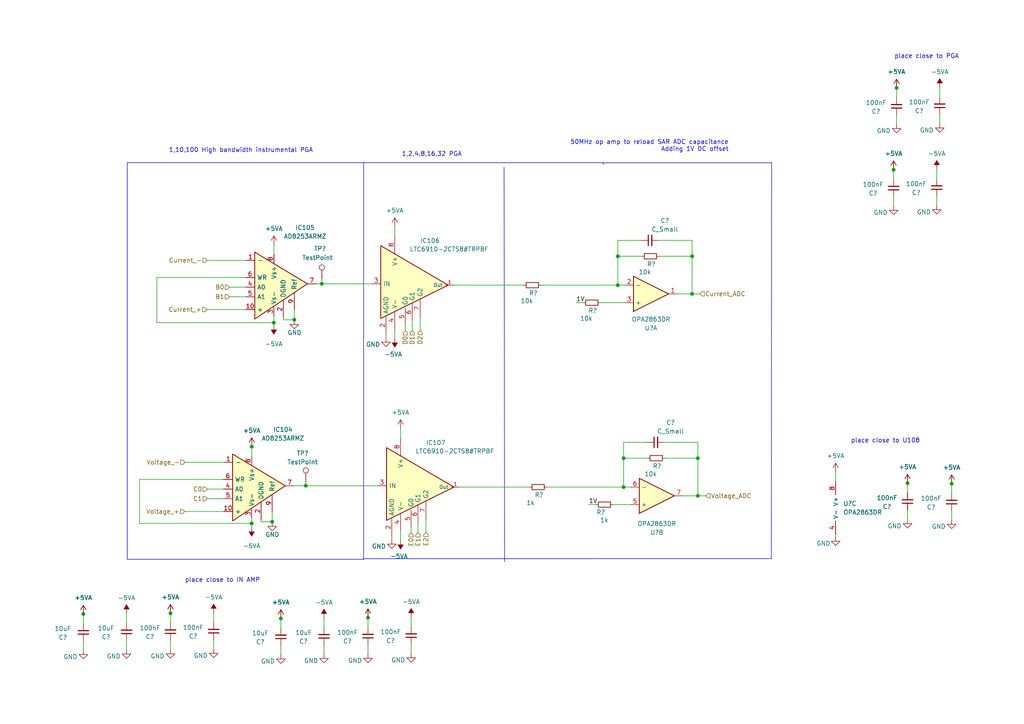
<source format=kicad_sch>
(kicad_sch (version 20230121) (generator eeschema)
  (paper "A4")
  (lib_symbols
    (symbol "Connector:TestPoint" (pin_numbers hide) (pin_names (offset 0.762) hide)
      (property "Reference" "TP" (at 0 6.858 0))
      (property "Value" "TestPoint" (at 0 5.08 0))
      (symbol "TestPoint_0_1"
        (circle (center 0 3.302) (radius 0.762))
      )
      (symbol "TestPoint_1_1"
        (pin passive line (at 0 0 90) (length 2.54) (name "1") (number "1"))
      )
    )
    (symbol "Device:C_Small" (pin_numbers hide) (pin_names (offset 0.254) hide)
      (property "Reference" "C" (at 0.254 1.778 0))
      (property "Value" "C_Small" (at 0.254 -2.032 0))
      (symbol "C_Small_0_1"
        (polyline (pts (xy -1.524 -0.508) (xy 1.524 -0.508)) (stroke (width 0.3302)))
        (polyline (pts (xy -1.524 0.508) (xy 1.524 0.508)) (stroke (width 0.3048)))
      )
      (symbol "C_Small_1_1"
        (pin passive line (at 0 2.54 270) (length 2.032) (name "~") (number "1"))
        (pin passive line (at 0 -2.54 90) (length 2.032) (name "~") (number "2"))
      )
    )
    (symbol "Device:Opamp_Dual"
      (property "Reference" "U" (at 0 5.08 0))
      (property "Value" "Opamp_Dual" (at 0 -5.08 0))
      (symbol "Opamp_Dual_1_1"
        (polyline (pts (xy -5.08 5.08) (xy 5.08 0) (xy -5.08 -5.08) (xy -5.08 5.08)) (stroke (width 0.254)) (fill (type background)))
        (pin output line (at 7.62 0 180) (length 2.54) (name "~") (number "1"))
        (pin input line (at -7.62 -2.54 0) (length 2.54) (name "-") (number "2"))
        (pin input line (at -7.62 2.54 0) (length 2.54) (name "+") (number "3"))
      )
      (symbol "Opamp_Dual_2_1"
        (polyline (pts (xy -5.08 5.08) (xy 5.08 0) (xy -5.08 -5.08) (xy -5.08 5.08)) (stroke (width 0.254)) (fill (type background)))
        (pin input line (at -7.62 2.54 0) (length 2.54) (name "+") (number "5"))
        (pin input line (at -7.62 -2.54 0) (length 2.54) (name "-") (number "6"))
        (pin output line (at 7.62 0 180) (length 2.54) (name "~") (number "7"))
      )
      (symbol "Opamp_Dual_3_1"
        (pin power_in line (at -2.54 -7.62 90) (length 3.81) (name "V-") (number "4"))
        (pin power_in line (at -2.54 7.62 270) (length 3.81) (name "V+") (number "8"))
      )
    )
    (symbol "Device:R_Small" (pin_numbers hide) (pin_names (offset 0.254) hide)
      (property "Reference" "R" (at 0.762 0.508 0))
      (property "Value" "R_Small" (at 0.762 -1.016 0))
      (symbol "R_Small_0_1"
        (rectangle (start -0.762 1.778) (end 0.762 -1.778) (stroke (width 0.2032)))
      )
      (symbol "R_Small_1_1"
        (pin passive line (at 0 2.54 270) (length 0.762) (name "~") (number "1"))
        (pin passive line (at 0 -2.54 90) (length 0.762) (name "~") (number "2"))
      )
    )
    (symbol "SamacSys_Parts:AD8253ARMZ" (pin_names (offset 0.762))
      (property "Reference" "IC6" (at 13.97 7.4422 0))
      (property "Value" "AD8253ARMZ" (at 13.97 4.9022 0))
      (symbol "AD8253ARMZ_0_1"
        (polyline (pts (xy 2.6416 2.2606) (xy 2.667 -17.0942) (xy 17.907 -6.9088) (xy 2.6416 2.286)) (stroke (width 0.254)) (fill (type background)))
      )
      (symbol "AD8253ARMZ_1_1"
        (pin input line (at 0.127 -0.1016 0) (length 2.54) (name "-") (number "1"))
        (pin input line (at 0.0254 -14.3764 0) (length 2.54) (name "+") (number "10"))
        (pin passive line (at 10.922 -16.764 90) (length 5.08) (name "DGND") (number "2"))
        (pin power_in line (at 8.1788 -16.2052 90) (length 2.54) (name "Vs-") (number "3"))
        (pin passive line (at 0 -7.874 0) (length 2.54) (name "A0") (number "4"))
        (pin passive line (at 0 -10.668 0) (length 2.54) (name "A1") (number "5"))
        (pin passive line (at 0 -5.08 0) (length 2.54) (name "WR") (number "6"))
        (pin output line (at 20.447 -6.9088 180) (length 2.54) (name "~") (number "7"))
        (pin power_in line (at 8.2042 1.6256 270) (length 2.54) (name "Vs+") (number "8"))
        (pin passive line (at 14.1224 -14.5034 90) (length 5.08) (name "Ref") (number "9"))
      )
    )
    (symbol "SamacSys_Parts:LTC6910-2CTS8#TRPBF" (pin_names (offset 0.762))
      (property "Reference" "IC4" (at 16.891 12.4968 0))
      (property "Value" "LTC6910-2CTS8#TRPBF" (at 22.4282 10.0584 0))
      (symbol "LTC6910-2CTS8#TRPBF_0_0"
        (pin passive line (at 4.1402 -14.605 90) (length 5.08) (name "AGND") (number "2"))
        (pin passive line (at 6.6802 -13.081 90) (length 5.08) (name "V-") (number "4"))
        (pin passive line (at 9.7282 -12.065 90) (length 5.08) (name "G0") (number "5"))
        (pin passive line (at 11.7348 -10.7696 90) (length 5.08) (name "G1") (number "6"))
        (pin passive line (at 14.0462 -9.6266 90) (length 5.08) (name "G2") (number "7"))
        (pin passive line (at 6.6802 13.843 270) (length 5.08) (name "V+") (number "8"))
      )
      (symbol "LTC6910-2CTS8#TRPBF_1_1"
        (polyline (pts (xy 2.6162 11.049) (xy 22.1742 -0.381) (xy 2.6162 -10.033) (xy 2.6162 10.795)) (stroke (width 0.254)) (fill (type background)))
        (pin output line (at 23.876 -0.381 180) (length 2.54) (name "Out") (number "1"))
        (pin input line (at 0 0 0) (length 2.54) (name "IN") (number "3"))
      )
    )
    (symbol "power:+5VA" (power) (pin_names (offset 0))
      (property "Value" "+5VA" (at 0 3.556 0))
      (symbol "+5VA_0_1"
        (polyline (pts (xy -0.762 1.27) (xy 0 2.54)))
        (polyline (pts (xy 0 0) (xy 0 2.54)))
        (polyline (pts (xy 0 2.54) (xy 0.762 1.27)))
      )
      (symbol "+5VA_1_1"
        (pin power_in line (at 0 0 90) (length 0) hide (name "+5VA") (number "1"))
      )
    )
    (symbol "power:-5VA" (power) (pin_names (offset 0))
      (property "Value" "-5VA" (at 0 3.81 0))
      (symbol "-5VA_0_0"
        (pin power_in line (at 0 0 90) (length 0) hide (name "-5VA") (number "1"))
      )
      (symbol "-5VA_0_1"
        (polyline (pts (xy 0 0) (xy 0 1.27) (xy 0.762 1.27) (xy 0 2.54) (xy -0.762 1.27) (xy 0 1.27)) (fill (type outline)))
      )
    )
    (symbol "power:GND" (power) (pin_names (offset 0))
      (property "Value" "GND" (at 0 -3.81 0))
      (symbol "GND_0_1"
        (polyline (pts (xy 0 0) (xy 0 -1.27) (xy 1.27 -1.27) (xy 0 -2.54) (xy -1.27 -1.27) (xy 0 -1.27)))
      )
      (symbol "GND_1_1"
        (pin power_in line (at 0 0 270) (length 0) hide (name "GND") (number "1"))
      )
    )
  )
  (junction (at 72.9996 151.8158))
  (junction (at 24.1808 178.0794))
  (junction (at 180.8734 141.2748))
  (junction (at 179.197 82.7024))
  (junction (at 79.4258 93.599))
  (junction (at 200.7362 74.3204))
  (junction (at 49.4538 177.8762))
  (junction (at 106.7308 179.1716))
  (junction (at 259.1816 49.2252))
  (junction (at 73.025 129.5654))
  (junction (at 88.6968 140.8938))
  (junction (at 85.3694 92.7608))
  (junction (at 263.2202 140.1318))
  (junction (at 78.9432 151.3332))
  (junction (at 276.0218 140.2842))
  (junction (at 200.7362 85.2424))
  (junction (at 202.4126 132.8928))
  (junction (at 93.345 82.3214))
  (junction (at 260.0452 25.5016))
  (junction (at 81.4578 179.3748))
  (junction (at 180.8734 132.8928))
  (junction (at 202.4126 143.8148))
  (junction (at 179.197 74.3204))
  (wire (pts (xy 36.703 177.927) (xy 36.703 180.721)))
  (wire (pts (xy 79.4258 93.599) (xy 79.4258 94.4118)))
  (wire (pts (xy 111.9632 96.9264) (xy 111.9632 97.9678)))
  (polyline (pts (xy 105.4608 162.2298) (xy 36.9062 162.2298)))
  (wire (pts (xy 72.9996 151.8158) (xy 72.9996 152.9842)))
  (wire (pts (xy 60.1218 144.653) (xy 64.8208 144.653)))
  (wire (pts (xy 60.0964 75.5142) (xy 71.374 75.5142)))
  (polyline (pts (xy 105.4608 55.9816) (xy 105.4608 47.1678)))
  (wire (pts (xy 123.5456 150.5204) (xy 123.5456 154.4066)))
  (wire (pts (xy 119.5578 93.091) (xy 119.5578 95.9104)))
  (wire (pts (xy 200.7362 74.3204) (xy 200.7362 85.2424)))
  (wire (pts (xy 45.4914 80.4926) (xy 45.4914 93.599)))
  (wire (pts (xy 259.1816 57.0992) (xy 259.1816 59.7154)))
  (wire (pts (xy 59.9948 89.789) (xy 71.2724 89.789)))
  (wire (pts (xy 167.1066 87.7824) (xy 169.1132 87.7824)))
  (wire (pts (xy 263.2202 140.1318) (xy 263.2202 142.9258)))
  (wire (pts (xy 75.7428 151.3332) (xy 78.9432 151.3332)))
  (wire (pts (xy 79.4258 91.6178) (xy 79.4258 93.599)))
  (wire (pts (xy 61.976 177.7238) (xy 61.976 180.5178)))
  (wire (pts (xy 81.4578 187.2488) (xy 81.4578 189.865)))
  (polyline (pts (xy 223.8248 47.2186) (xy 174.9552 47.2186)))
  (wire (pts (xy 242.3668 136.906) (xy 242.3668 139.7)))
  (wire (pts (xy 36.703 185.801) (xy 36.703 188.4172)))
  (polyline (pts (xy 223.7232 162.0266) (xy 223.7994 47.244)))
  (polyline (pts (xy 172.6438 162.0266) (xy 223.7232 162.0266)))
  (wire (pts (xy 119.253 186.8932) (xy 119.253 189.5094)))
  (wire (pts (xy 158.623 141.2748) (xy 180.8734 141.2748)))
  (wire (pts (xy 114.5032 95.4024) (xy 114.5032 98.171)))
  (polyline (pts (xy 174.9552 47.5996) (xy 174.9552 47.1932)))
  (wire (pts (xy 131.699 82.7024) (xy 151.8666 82.7024)))
  (wire (pts (xy 81.4578 179.3748) (xy 81.4578 182.1688)))
  (wire (pts (xy 53.5686 148.3614) (xy 64.8462 148.3614)))
  (wire (pts (xy 179.197 69.723) (xy 186.0042 69.723)))
  (wire (pts (xy 271.7038 56.9468) (xy 271.7038 59.563)))
  (wire (pts (xy 180.8734 141.2748) (xy 182.88 141.2748)))
  (wire (pts (xy 60.1218 141.859) (xy 64.8208 141.859)))
  (wire (pts (xy 93.98 187.0964) (xy 93.98 189.7126)))
  (wire (pts (xy 72.9996 150.1902) (xy 72.9996 151.8158)))
  (polyline (pts (xy 105.3846 162.052) (xy 172.466 162.052)))
  (wire (pts (xy 180.8734 128.2954) (xy 187.6806 128.2954)))
  (wire (pts (xy 75.7428 150.749) (xy 75.7428 151.3332)))
  (wire (pts (xy 61.976 185.5978) (xy 61.976 188.214)))
  (wire (pts (xy 263.2202 148.0058) (xy 263.2202 150.622)))
  (wire (pts (xy 66.548 83.2866) (xy 71.247 83.2866)))
  (wire (pts (xy 78.9432 151.3332) (xy 78.9432 151.4094)))
  (wire (pts (xy 192.7606 128.2954) (xy 202.4126 128.2954)))
  (wire (pts (xy 179.197 69.723) (xy 179.197 74.3204)))
  (wire (pts (xy 24.1808 185.9534) (xy 24.1808 188.5696)))
  (wire (pts (xy 117.5512 94.3864) (xy 117.5512 95.9104)))
  (polyline (pts (xy 174.9552 47.2186) (xy 174.9552 47.5996)))
  (wire (pts (xy 200.7362 69.723) (xy 200.7362 74.3204)))
  (wire (pts (xy 82.169 92.7608) (xy 85.3694 92.7608)))
  (wire (pts (xy 200.7362 85.2424) (xy 203.0222 85.2424)))
  (wire (pts (xy 53.6702 134.0866) (xy 64.9478 134.0866)))
  (polyline (pts (xy 36.9062 162.2298) (xy 36.9062 55.9562)))
  (wire (pts (xy 179.197 74.3204) (xy 186.1058 74.3204)))
  (wire (pts (xy 24.1808 178.0794) (xy 24.1808 180.8734)))
  (wire (pts (xy 88.6968 139.7508) (xy 88.6968 140.8938)))
  (wire (pts (xy 177.8508 146.3548) (xy 182.88 146.3548)))
  (wire (pts (xy 78.9432 148.4884) (xy 78.9432 151.3332)))
  (wire (pts (xy 85.3694 89.916) (xy 85.3694 92.7608)))
  (wire (pts (xy 156.9466 82.7024) (xy 179.197 82.7024)))
  (polyline (pts (xy 174.9552 47.1932) (xy 36.9062 47.1932)))
  (wire (pts (xy 196.4436 85.2424) (xy 200.7362 85.2424)))
  (wire (pts (xy 202.4126 143.8148) (xy 204.6986 143.8148)))
  (wire (pts (xy 121.2342 151.6634) (xy 121.2342 154.4828)))
  (wire (pts (xy 93.98 179.2224) (xy 93.98 182.0164)))
  (wire (pts (xy 85.2678 140.8938) (xy 88.6968 140.8938)))
  (wire (pts (xy 40.4622 151.8158) (xy 72.9996 151.8158)))
  (wire (pts (xy 180.8734 132.8928) (xy 187.7822 132.8928)))
  (wire (pts (xy 49.4538 177.8762) (xy 49.4538 180.6702)))
  (wire (pts (xy 79.4512 70.993) (xy 79.4512 73.787)))
  (wire (pts (xy 93.345 82.3214) (xy 107.823 82.3214)))
  (wire (pts (xy 40.4622 139.065) (xy 64.8208 139.065)))
  (wire (pts (xy 179.197 82.7024) (xy 179.197 74.3204)))
  (wire (pts (xy 93.345 80.8736) (xy 93.345 82.3214)))
  (polyline (pts (xy 105.4608 55.9816) (xy 105.4608 162.2298)))
  (wire (pts (xy 180.8734 128.2954) (xy 180.8734 132.8928)))
  (wire (pts (xy 85.3694 92.7608) (xy 85.3694 92.837)))
  (wire (pts (xy 49.4538 185.7502) (xy 49.4538 188.3664)))
  (wire (pts (xy 260.0452 33.3756) (xy 260.0452 35.9918)))
  (wire (pts (xy 133.3754 141.2748) (xy 153.543 141.2748)))
  (wire (pts (xy 170.7642 146.3548) (xy 172.7708 146.3548)))
  (wire (pts (xy 260.0452 25.5016) (xy 260.0452 28.2956)))
  (wire (pts (xy 40.4622 139.065) (xy 40.4622 151.8158)))
  (wire (pts (xy 116.1796 153.9748) (xy 116.1796 156.7434)))
  (wire (pts (xy 276.0218 148.1582) (xy 276.0218 150.7744)))
  (wire (pts (xy 116.1796 124.3076) (xy 116.1796 127.0508)))
  (polyline (pts (xy 36.9062 47.1932) (xy 36.9062 55.9816)))
  (wire (pts (xy 179.197 82.7024) (xy 181.2036 82.7024)))
  (wire (pts (xy 174.1932 87.7824) (xy 181.2036 87.7824)))
  (wire (pts (xy 272.5674 33.2232) (xy 272.5674 35.8394)))
  (wire (pts (xy 114.5032 65.7352) (xy 114.5032 68.4784)))
  (wire (pts (xy 113.6396 155.4988) (xy 113.6396 156.5402)))
  (wire (pts (xy 119.2276 152.9588) (xy 119.2276 154.4828)))
  (polyline (pts (xy 105.4608 47.1678) (xy 105.4862 47.1678)))
  (wire (pts (xy 106.7308 187.0456) (xy 106.7308 189.6618)))
  (wire (pts (xy 45.4914 80.4926) (xy 71.247 80.4926)))
  (wire (pts (xy 119.253 179.0192) (xy 119.253 181.8132)))
  (wire (pts (xy 272.5674 25.3492) (xy 272.5674 28.1432)))
  (wire (pts (xy 271.7038 49.0728) (xy 271.7038 51.8668)))
  (wire (pts (xy 191.1858 74.3204) (xy 200.7362 74.3204)))
  (wire (pts (xy 121.8692 91.948) (xy 121.8692 95.8342)))
  (wire (pts (xy 91.694 82.3214) (xy 93.345 82.3214)))
  (wire (pts (xy 242.3668 154.94) (xy 242.3668 155.702)))
  (wire (pts (xy 202.4126 132.8928) (xy 202.4126 143.8148)))
  (wire (pts (xy 191.0842 69.723) (xy 200.7362 69.723)))
  (wire (pts (xy 66.548 86.0806) (xy 71.247 86.0806)))
  (wire (pts (xy 259.1816 49.2252) (xy 259.1816 52.0192)))
  (wire (pts (xy 192.8622 132.8928) (xy 202.4126 132.8928)))
  (wire (pts (xy 198.12 143.8148) (xy 202.4126 143.8148)))
  (wire (pts (xy 276.0218 140.2842) (xy 276.0218 143.0782)))
  (wire (pts (xy 202.4126 128.2954) (xy 202.4126 132.8928)))
  (wire (pts (xy 180.8734 141.2748) (xy 180.8734 132.8928)))
  (wire (pts (xy 73.025 129.5654) (xy 73.025 132.3594)))
  (wire (pts (xy 82.169 92.1766) (xy 82.169 92.7608)))
  (wire (pts (xy 106.7308 179.1716) (xy 106.7308 181.9656)))
  (wire (pts (xy 45.4914 93.599) (xy 79.4258 93.599)))
  (wire (pts (xy 88.6968 140.8938) (xy 109.4994 140.8938)))
  (polyline (pts (xy 146.3548 162.941) (xy 146.2024 48.514)))
  (text "1,2,4,8,16,32 PGA" (at 133.985 45.5422 0) (effects (font (size 1.27 1.27)) (justify right bottom)))
  (text "50MHz op amp to reload SAR ADC capacitance\nAdding 1V DC offset" (at 211.3788 44.1198 0) (effects (font (size 1.27 1.27)) (justify right bottom)))
  (text "place close to U108" (at 266.8524 128.651 0) (effects (font (size 1.27 1.27)) (justify right bottom)))
  (text "place close to IN AMP" (at 75.438 169.0878 0) (effects (font (size 1.27 1.27)) (justify right bottom)))
  (text "place close to PGA" (at 278.1554 17.1704 0) (effects (font (size 1.27 1.27)) (justify right bottom)))
  (text "1,10,100 High bandwidth instrumental PGA" (at 90.805 44.3992 0) (effects (font (size 1.27 1.27)) (justify right bottom)))
  (label "1V" (at 167.1066 87.7824 0))
  (label "1V" (at 170.7642 146.3548 0))
  (hierarchical_label "Current_-" (shape input) (at 60.0964 75.5142 180))
  (hierarchical_label "D1" (shape input) (at 119.5578 95.9104 270))
  (hierarchical_label "E0" (shape input) (at 119.2276 154.4828 270))
  (hierarchical_label "C1" (shape input) (at 60.1218 144.653 180))
  (hierarchical_label "D0" (shape input) (at 117.5512 95.9104 270))
  (hierarchical_label "E2" (shape input) (at 123.5456 154.4066 270))
  (hierarchical_label "Voltage_+" (shape input) (at 53.5686 148.3614 180))
  (hierarchical_label "C0" (shape input) (at 60.1218 141.859 180))
  (hierarchical_label "B0" (shape input) (at 66.548 83.2866 180))
  (hierarchical_label "B1" (shape input) (at 66.548 86.0806 180))
  (hierarchical_label "Voltage_-" (shape input) (at 53.6702 134.0866 180))
  (hierarchical_label "Current_ADC" (shape input) (at 203.0222 85.2424 0))
  (hierarchical_label "E1" (shape input) (at 121.2342 154.4828 270))
  (hierarchical_label "D2" (shape input) (at 121.8692 95.8342 270))
  (hierarchical_label "Current_+" (shape input) (at 59.9948 89.789 180))
  (hierarchical_label "Voltage_ADC" (shape input) (at 204.6986 143.8148 0))
  (symbol (lib_id "Device:C_Small") (at 260.0452 30.8356 180) (unit 1)
    (property "Reference" "C?" (at 254.1016 32.3088 0))
    (property "Value" "100nF" (at 254.1016 29.7688 0))
    (property "Footprint" "Capacitor_SMD:C_0603_1608Metric" (effects hide))
    (instances (project "LCR" (path "" (reference "C?") (unit 1)) (path "" (reference "C142") (unit 1))))
  )
  (symbol (lib_id "power:+5VA") (at 259.1816 49.2252 0) (unit 1)
    (property "Reference" "#PWR?" (effects hide))
    (property "Value" "+5VA" (at 259.1816 44.5262 0))
    (instances (project "LCR" (path "" (reference "#PWR?") (unit 1)) (path "" (reference "#PWR?") (unit 1)) (path "" (reference "#PWR?") (unit 1)) (path "" (reference "#PWR0257") (unit 1))))
  )
  (symbol (lib_id "Device:C_Small") (at 188.5442 69.723 90) (unit 1)
    (property "Reference" "C?" (at 192.8368 63.9826 90))
    (property "Value" "C_Small" (at 192.8368 66.5226 90))
    (property "Footprint" "Capacitor_SMD:C_0603_1608Metric" (effects hide))
    (instances (project "LCR" (path "" (reference "C?") (unit 1)) (path "" (reference "C139") (unit 1))))
  )
  (symbol (lib_id "Device:R_Small") (at 171.6532 87.7824 270) (unit 1)
    (property "Reference" "R?" (at 170.6372 90.0684 90) (effects (justify left)))
    (property "Value" "10k" (at 168.2242 92.3544 90) (effects (justify left)))
    (property "Footprint" "Resistor_SMD:R_0603_1608Metric" (effects hide))
    (instances (project "LCR" (path "" (reference "R?") (unit 1)) (path "" (reference "R?") (unit 1)) (path "" (reference "R?") (unit 1)) (path "" (reference "R142") (unit 1))))
  )
  (symbol (lib_id "power:GND") (at 259.1816 59.7154 0) (unit 1)
    (property "Reference" "#PWR?" (effects hide))
    (property "Value" "GND" (at 255.4224 61.6458 0))
    (instances (project "LCR" (path "" (reference "#PWR?") (unit 1)) (path "" (reference "#PWR?") (unit 1)) (path "" (reference "#PWR0259") (unit 1))))
  )
  (symbol (lib_id "Connector:TestPoint") (at 93.345 80.8736 0) (unit 1)
    (property "Reference" "TP?" (at 92.8116 72.1106 0))
    (property "Value" "TestPoint" (at 92.075 74.7268 0))
    (property "Footprint" "TestPoint:TestPoint_Pad_D2.0mm" (effects hide))
    (instances (project "LCR" (path "" (reference "TP?") (unit 1)) (path "" (reference "TP?") (unit 1)) (path "" (reference "TP107") (unit 1))))
  )
  (symbol (lib_id "power:+5VA") (at 106.7308 179.1716 0) (unit 1)
    (property "Reference" "#PWR?" (effects hide))
    (property "Value" "+5VA" (at 106.7308 174.4726 0))
    (instances (project "LCR" (path "" (reference "#PWR?") (unit 1)) (path "" (reference "#PWR?") (unit 1)) (path "" (reference "#PWR?") (unit 1)) (path "" (reference "#PWR0242") (unit 1))))
  )
  (symbol (lib_id "power:-5VA") (at 272.5674 25.3492 0) (unit 1)
    (property "Reference" "#PWR?" (effects hide))
    (property "Value" "-5VA" (at 272.5674 20.828 0))
    (instances (project "LCR" (path "" (reference "#PWR?") (unit 1)) (path "" (reference "#PWR?") (unit 1)) (path "" (reference "#PWR?") (unit 1)) (path "" (reference "#PWR0268") (unit 1))))
  )
  (symbol (lib_id "power:GND") (at 49.4538 188.3664 0) (unit 1)
    (property "Reference" "#PWR?" (effects hide))
    (property "Value" "GND" (at 45.6946 190.2968 0))
    (instances (project "LCR" (path "" (reference "#PWR?") (unit 1)) (path "" (reference "#PWR?") (unit 1)) (path "" (reference "#PWR0227") (unit 1))))
  )
  (symbol (lib_id "power:GND") (at 242.3668 155.702 0) (unit 1)
    (property "Reference" "#PWR?" (effects hide))
    (property "Value" "GND" (at 238.8108 157.607 0))
    (instances (project "LCR" (path "" (reference "#PWR?") (unit 1)) (path "" (reference "#PWR?") (unit 1)) (path "" (reference "#PWR0256") (unit 1))))
  )
  (symbol (lib_id "Device:C_Small") (at 190.2206 128.2954 90) (unit 1)
    (property "Reference" "C?" (at 194.5132 122.555 90))
    (property "Value" "C_Small" (at 194.5132 125.095 90))
    (property "Footprint" "Capacitor_SMD:C_0603_1608Metric" (effects hide))
    (instances (project "LCR" (path "" (reference "C?") (unit 1)) (path "" (reference "C140") (unit 1))))
  )
  (symbol (lib_id "power:GND") (at 276.0218 150.7744 0) (unit 1)
    (property "Reference" "#PWR?" (effects hide))
    (property "Value" "GND" (at 272.2626 152.7048 0))
    (instances (project "LCR" (path "" (reference "#PWR?") (unit 1)) (path "" (reference "#PWR?") (unit 1)) (path "" (reference "#PWR0272") (unit 1))))
  )
  (symbol (lib_id "power:+5VA") (at 263.2202 140.1318 0) (unit 1)
    (property "Reference" "#PWR?" (effects hide))
    (property "Value" "+5VA" (at 263.2202 135.4328 0))
    (instances (project "LCR" (path "" (reference "#PWR?") (unit 1)) (path "" (reference "#PWR?") (unit 1)) (path "" (reference "#PWR?") (unit 1)) (path "" (reference "#PWR0263") (unit 1))))
  )
  (symbol (lib_id "power:-5VA") (at 36.703 177.927 0) (unit 1)
    (property "Reference" "#PWR?" (effects hide))
    (property "Value" "-5VA" (at 36.703 173.4058 0))
    (instances (project "LCR" (path "" (reference "#PWR?") (unit 1)) (path "" (reference "#PWR?") (unit 1)) (path "" (reference "#PWR?") (unit 1)) (path "" (reference "#PWR0223") (unit 1))))
  )
  (symbol (lib_id "power:+5VA") (at 81.4578 179.3748 0) (unit 1)
    (property "Reference" "#PWR?" (effects hide))
    (property "Value" "+5VA" (at 81.4578 174.6758 0))
    (instances (project "LCR" (path "" (reference "#PWR?") (unit 1)) (path "" (reference "#PWR?") (unit 1)) (path "" (reference "#PWR?") (unit 1)) (path "" (reference "#PWR0236") (unit 1))))
  )
  (symbol (lib_id "Device:C_Small") (at 271.7038 54.4068 180) (unit 1)
    (property "Reference" "C?" (at 265.7602 55.88 0))
    (property "Value" "100nF" (at 265.7602 53.34 0))
    (property "Footprint" "Capacitor_SMD:C_0603_1608Metric" (effects hide))
    (instances (project "LCR" (path "" (reference "C?") (unit 1)) (path "" (reference "C144") (unit 1))))
  )
  (symbol (lib_id "power:GND") (at 78.9432 151.4094 0) (unit 1)
    (property "Reference" "#PWR?" (effects hide))
    (property "Value" "GND" (at 78.994 155.0416 0))
    (instances (project "LCR" (path "" (reference "#PWR?") (unit 1)) (path "" (reference "#PWR?") (unit 1)) (path "" (reference "#PWR0233") (unit 1))))
  )
  (symbol (lib_id "power:+5VA") (at 81.4578 179.3748 0) (unit 1)
    (property "Reference" "#PWR?" (effects hide))
    (property "Value" "+5VA" (at 81.4578 174.6758 0))
    (instances (project "LCR" (path "" (reference "#PWR?") (unit 1)) (path "" (reference "#PWR?") (unit 1)) (path "" (reference "#PWR?") (unit 1)) (path "" (reference "#PWR0237") (unit 1))))
  )
  (symbol (lib_id "Device:C_Small") (at 259.1816 54.5592 180) (unit 1)
    (property "Reference" "C?" (at 253.238 56.0324 0))
    (property "Value" "100nF" (at 253.238 53.4924 0))
    (property "Footprint" "Capacitor_SMD:C_0603_1608Metric" (effects hide))
    (instances (project "LCR" (path "" (reference "C?") (unit 1)) (path "" (reference "C141") (unit 1))))
  )
  (symbol (lib_id "power:GND") (at 263.2202 150.622 0) (unit 1)
    (property "Reference" "#PWR?" (effects hide))
    (property "Value" "GND" (at 259.461 152.5524 0))
    (instances (project "LCR" (path "" (reference "#PWR?") (unit 1)) (path "" (reference "#PWR?") (unit 1)) (path "" (reference "#PWR0265") (unit 1))))
  )
  (symbol (lib_id "Device:C_Small") (at 49.4538 183.2102 180) (unit 1)
    (property "Reference" "C?" (at 43.5102 184.6834 0))
    (property "Value" "100nF" (at 43.5102 182.1434 0))
    (property "Footprint" "Capacitor_SMD:C_0603_1608Metric" (effects hide))
    (instances (project "LCR" (path "" (reference "C?") (unit 1)) (path "" (reference "C133") (unit 1))))
  )
  (symbol (lib_id "power:-5VA") (at 93.98 179.2224 0) (unit 1)
    (property "Reference" "#PWR?" (effects hide))
    (property "Value" "-5VA" (at 93.98 174.7012 0))
    (instances (project "LCR" (path "" (reference "#PWR?") (unit 1)) (path "" (reference "#PWR?") (unit 1)) (path "" (reference "#PWR?") (unit 1)) (path "" (reference "#PWR0240") (unit 1))))
  )
  (symbol (lib_id "power:GND") (at 106.7308 189.6618 0) (unit 1)
    (property "Reference" "#PWR?" (effects hide))
    (property "Value" "GND" (at 102.9716 191.5922 0))
    (instances (project "LCR" (path "" (reference "#PWR?") (unit 1)) (path "" (reference "#PWR?") (unit 1)) (path "" (reference "#PWR0244") (unit 1))))
  )
  (symbol (lib_id "power:GND") (at 61.976 188.214 0) (unit 1)
    (property "Reference" "#PWR?" (effects hide))
    (property "Value" "GND" (at 58.2168 190.1444 0))
    (instances (project "LCR" (path "" (reference "#PWR?") (unit 1)) (path "" (reference "#PWR?") (unit 1)) (path "" (reference "#PWR0229") (unit 1))))
  )
  (symbol (lib_id "power:-5VA") (at 271.7038 49.0728 0) (unit 1)
    (property "Reference" "#PWR?" (effects hide))
    (property "Value" "-5VA" (at 271.7038 44.5516 0))
    (instances (project "LCR" (path "" (reference "#PWR?") (unit 1)) (path "" (reference "#PWR?") (unit 1)) (path "" (reference "#PWR?") (unit 1)) (path "" (reference "#PWR0266") (unit 1))))
  )
  (symbol (lib_id "Device:C_Small") (at 93.98 184.5564 180) (unit 1)
    (property "Reference" "C?" (at 88.0364 186.0296 0))
    (property "Value" "10uF" (at 88.0364 183.4896 0))
    (property "Footprint" "Capacitor_SMD:C_0603_1608Metric" (effects hide))
    (instances (project "LCR" (path "" (reference "C?") (unit 1)) (path "" (reference "C136") (unit 1))))
  )
  (symbol (lib_id "Device:R_Small") (at 154.4066 82.7024 270) (unit 1)
    (property "Reference" "R?" (at 153.3906 84.9884 90) (effects (justify left)))
    (property "Value" "10k" (at 150.9776 87.2744 90) (effects (justify left)))
    (property "Footprint" "Resistor_SMD:R_0603_1608Metric" (effects hide))
    (instances (project "LCR" (path "" (reference "R?") (unit 1)) (path "" (reference "R?") (unit 1)) (path "" (reference "R?") (unit 1)) (path "" (reference "R143") (unit 1))))
  )
  (symbol (lib_id "Device:C_Small") (at 106.7308 184.5056 180) (unit 1)
    (property "Reference" "C?" (at 100.7872 185.9788 0))
    (property "Value" "100nF" (at 100.7872 183.4388 0))
    (property "Footprint" "Capacitor_SMD:C_0603_1608Metric" (effects hide))
    (instances (project "LCR" (path "" (reference "C?") (unit 1)) (path "" (reference "C137") (unit 1))))
  )
  (symbol (lib_id "Device:C_Small") (at 119.253 184.3532 180) (unit 1)
    (property "Reference" "C?" (at 113.3094 185.8264 0))
    (property "Value" "100nF" (at 113.3094 183.2864 0))
    (property "Footprint" "Capacitor_SMD:C_0603_1608Metric" (effects hide))
    (instances (project "LCR" (path "" (reference "C?") (unit 1)) (path "" (reference "C138") (unit 1))))
  )
  (symbol (lib_id "power:+5VA") (at 79.4512 70.993 0) (unit 1)
    (property "Reference" "#PWR?" (effects hide))
    (property "Value" "+5VA" (at 79.4512 66.294 0))
    (instances (project "LCR" (path "" (reference "#PWR?") (unit 1)) (path "" (reference "#PWR?") (unit 1)) (path "" (reference "#PWR?") (unit 1)) (path "" (reference "#PWR0235") (unit 1))))
  )
  (symbol (lib_id "power:+5VA") (at 260.0452 25.5016 0) (unit 1)
    (property "Reference" "#PWR?" (effects hide))
    (property "Value" "+5VA" (at 260.0452 20.8026 0))
    (instances (project "LCR" (path "" (reference "#PWR?") (unit 1)) (path "" (reference "#PWR?") (unit 1)) (path "" (reference "#PWR?") (unit 1)) (path "" (reference "#PWR0260") (unit 1))))
  )
  (symbol (lib_id "Connector:TestPoint") (at 88.6968 139.7508 0) (unit 1)
    (property "Reference" "TP?" (at 87.757 131.4704 0))
    (property "Value" "TestPoint" (at 87.757 134.0104 0))
    (property "Footprint" "TestPoint:TestPoint_Pad_D2.0mm" (effects hide))
    (instances (project "LCR" (path "" (reference "TP?") (unit 1)) (path "" (reference "TP?") (unit 1)) (path "" (reference "TP106") (unit 1))))
  )
  (symbol (lib_id "Device:R_Small") (at 156.083 141.2748 270) (unit 1)
    (property "Reference" "R?" (at 155.067 143.5608 90) (effects (justify left)))
    (property "Value" "1k" (at 152.654 145.8468 90) (effects (justify left)))
    (property "Footprint" "Resistor_SMD:R_0603_1608Metric" (effects hide))
    (instances (project "LCR" (path "" (reference "R?") (unit 1)) (path "" (reference "R?") (unit 1)) (path "" (reference "R?") (unit 1)) (path "" (reference "R145") (unit 1))))
  )
  (symbol (lib_id "power:-5VA") (at 114.5032 98.171 180) (unit 1)
    (property "Reference" "#PWR?" (effects hide))
    (property "Value" "-5VA" (at 114.0714 102.7684 0))
    (instances (project "LCR" (path "" (reference "#PWR?") (unit 1)) (path "" (reference "#PWR?") (unit 1)) (path "" (reference "#PWR?") (unit 1)) (path "" (reference "#PWR0248") (unit 1))))
  )
  (symbol (lib_id "SamacSys_Parts:LTC6910-2CTS8#TRPBF") (at 109.4994 140.8938 0) (unit 1)
    (property "Reference" "IC107" (at 126.3904 128.397 0))
    (property "Value" "LTC6910-2CTS8#TRPBF" (at 131.9276 130.8354 0))
    (property "Footprint" "SamacSys_Parts:SOT65P280X100-8N" (effects hide))
    (property "Datasheet" "https://datasheet.datasheetarchive.com/originals/distributors/Datasheets_SAMA/1b83505f7bf982a4fccc5c4785ddab1b.pdf" (effects hide))
    (property "Description" "SP Amp Variable Gain Amp Single R-R I/O +/-5.25V/10.5V 8-Pin TSOT-23 T/R" (effects hide))
    (property "Height" "1" (effects hide))
    (property "Manufacturer_Name" "Analog Devices" (effects hide))
    (property "Manufacturer_Part_Number" "LTC6910-2CTS8#TRPBF" (effects hide))
    (property "Mouser Part Number" "584-C6910-2CTS8TRPBF" (effects hide))
    (property "Mouser Price/Stock" "https://www.mouser.co.uk/ProductDetail/Analog-Devices/LTC6910-2CTS8TRPBF?qs=hVkxg5c3xu%2F2UB4%2F0dClhw%3D%3D" (effects hide))
    (property "Arrow Part Number" "LTC6910-2CTS8#TRPBF" (effects hide))
    (property "Arrow Price/Stock" "https://www.arrow.com/en/products/ltc6910-2cts8trpbf/analog-devices?region=nac" (effects hide))
  )
  (symbol (lib_id "power:GND") (at 272.5674 35.8394 0) (unit 1)
    (property "Reference" "#PWR?" (effects hide))
    (property "Value" "GND" (at 268.8082 37.7698 0))
    (instances (project "LCR" (path "" (reference "#PWR?") (unit 1)) (path "" (reference "#PWR?") (unit 1)) (path "" (reference "#PWR0269") (unit 1))))
  )
  (symbol (lib_id "power:GND") (at 271.7038 59.563 0) (unit 1)
    (property "Reference" "#PWR?" (effects hide))
    (property "Value" "GND" (at 267.9446 61.4934 0))
    (instances (project "LCR" (path "" (reference "#PWR?") (unit 1)) (path "" (reference "#PWR?") (unit 1)) (path "" (reference "#PWR0267") (unit 1))))
  )
  (symbol (lib_id "Device:C_Small") (at 276.0218 145.6182 180) (unit 1)
    (property "Reference" "C?" (at 270.0782 147.0914 0))
    (property "Value" "100nF" (at 270.0782 144.5514 0))
    (property "Footprint" "Capacitor_SMD:C_0603_1608Metric" (effects hide))
    (instances (project "LCR" (path "" (reference "C?") (unit 1)) (path "" (reference "C146") (unit 1))))
  )
  (symbol (lib_id "power:+5VA") (at 49.4538 177.8762 0) (unit 1)
    (property "Reference" "#PWR?" (effects hide))
    (property "Value" "+5VA" (at 49.4538 173.1772 0))
    (instances (project "LCR" (path "" (reference "#PWR?") (unit 1)) (path "" (reference "#PWR?") (unit 1)) (path "" (reference "#PWR?") (unit 1)) (path "" (reference "#PWR0225") (unit 1))))
  )
  (symbol (lib_id "power:+5VA") (at 114.5032 65.7352 0) (unit 1)
    (property "Reference" "#PWR?" (effects hide))
    (property "Value" "+5VA" (at 114.5032 61.0362 0))
    (instances (project "LCR" (path "" (reference "#PWR?") (unit 1)) (path "" (reference "#PWR?") (unit 1)) (path "" (reference "#PWR?") (unit 1)) (path "" (reference "#PWR0247") (unit 1))))
  )
  (symbol (lib_id "Device:Opamp_Dual") (at 190.5 143.8148 0) (mirror x) (unit 2)
    (property "Reference" "U?" (at 190.5 154.432 0))
    (property "Value" "OPA2863DR" (at 190.5 151.892 0))
    (property "Footprint" "SamacSys_Parts:SOIC127P600X175-8N" (effects hide))
    (instances (project "LCR" (path "" (reference "U?") (unit 2)) (path "" (reference "U108") (unit 2))))
  )
  (symbol (lib_id "power:GND") (at 260.0452 35.9918 0) (unit 1)
    (property "Reference" "#PWR?" (effects hide))
    (property "Value" "GND" (at 256.286 37.9222 0))
    (instances (project "LCR" (path "" (reference "#PWR?") (unit 1)) (path "" (reference "#PWR?") (unit 1)) (path "" (reference "#PWR0262") (unit 1))))
  )
  (symbol (lib_id "power:+5VA") (at 24.1808 178.0794 0) (unit 1)
    (property "Reference" "#PWR?" (effects hide))
    (property "Value" "+5VA" (at 24.1808 173.3804 0))
    (instances (project "LCR" (path "" (reference "#PWR?") (unit 1)) (path "" (reference "#PWR?") (unit 1)) (path "" (reference "#PWR?") (unit 1)) (path "" (reference "#PWR0220") (unit 1))))
  )
  (symbol (lib_id "power:GND") (at 24.1808 188.5696 0) (unit 1)
    (property "Reference" "#PWR?" (effects hide))
    (property "Value" "GND" (at 20.4216 190.5 0))
    (instances (project "LCR" (path "" (reference "#PWR?") (unit 1)) (path "" (reference "#PWR?") (unit 1)) (path "" (reference "#PWR0222") (unit 1))))
  )
  (symbol (lib_id "Device:Opamp_Dual") (at 188.8236 85.2424 0) (mirror x) (unit 1)
    (property "Reference" "U?" (at 188.8236 95.1484 0))
    (property "Value" "OPA2863DR" (at 188.8236 92.6084 0))
    (property "Footprint" "SamacSys_Parts:SOIC127P600X175-8N" (effects hide))
    (instances (project "LCR" (path "" (reference "U?") (unit 1)) (path "" (reference "U108") (unit 1))))
  )
  (symbol (lib_id "Device:R_Small") (at 175.3108 146.3548 270) (unit 1)
    (property "Reference" "R?" (at 172.974 148.59 90) (effects (justify left)))
    (property "Value" "1k" (at 174.0662 150.8506 90) (effects (justify left)))
    (property "Footprint" "Resistor_SMD:R_0603_1608Metric" (effects hide))
    (instances (project "LCR" (path "" (reference "R?") (unit 1)) (path "" (reference "R?") (unit 1)) (path "" (reference "R?") (unit 1)) (path "" (reference "R144") (unit 1))))
  )
  (symbol (lib_id "power:GND") (at 113.6396 156.5402 0) (unit 1)
    (property "Reference" "#PWR?" (effects hide))
    (property "Value" "GND" (at 109.8804 158.4706 0))
    (instances (project "LCR" (path "" (reference "#PWR?") (unit 1)) (path "" (reference "#PWR?") (unit 1)) (path "" (reference "#PWR0246") (unit 1))))
  )
  (symbol (lib_id "power:+5VA") (at 49.4538 177.8762 0) (unit 1)
    (property "Reference" "#PWR?" (effects hide))
    (property "Value" "+5VA" (at 49.4538 173.1772 0))
    (instances (project "LCR" (path "" (reference "#PWR?") (unit 1)) (path "" (reference "#PWR?") (unit 1)) (path "" (reference "#PWR?") (unit 1)) (path "" (reference "#PWR0226") (unit 1))))
  )
  (symbol (lib_id "Device:C_Small") (at 81.4578 184.7088 180) (unit 1)
    (property "Reference" "C?" (at 75.5142 186.182 0))
    (property "Value" "10uF" (at 75.5142 183.642 0))
    (property "Footprint" "Capacitor_SMD:C_0603_1608Metric" (effects hide))
    (instances (project "LCR" (path "" (reference "C?") (unit 1)) (path "" (reference "C135") (unit 1))))
  )
  (symbol (lib_id "power:+5VA") (at 242.3668 136.906 0) (unit 1)
    (property "Reference" "#PWR?" (effects hide))
    (property "Value" "+5VA" (at 242.3668 132.207 0))
    (instances (project "LCR" (path "" (reference "#PWR?") (unit 1)) (path "" (reference "#PWR?") (unit 1)) (path "" (reference "#PWR0255") (unit 1))))
  )
  (symbol (lib_id "power:+5VA") (at 260.0452 25.5016 0) (unit 1)
    (property "Reference" "#PWR?" (effects hide))
    (property "Value" "+5VA" (at 260.0452 20.8026 0))
    (instances (project "LCR" (path "" (reference "#PWR?") (unit 1)) (path "" (reference "#PWR?") (unit 1)) (path "" (reference "#PWR?") (unit 1)) (path "" (reference "#PWR0261") (unit 1))))
  )
  (symbol (lib_id "power:+5VA") (at 24.1808 178.0794 0) (unit 1)
    (property "Reference" "#PWR?" (effects hide))
    (property "Value" "+5VA" (at 24.1808 173.3804 0))
    (instances (project "LCR" (path "" (reference "#PWR?") (unit 1)) (path "" (reference "#PWR?") (unit 1)) (path "" (reference "#PWR?") (unit 1)) (path "" (reference "#PWR0221") (unit 1))))
  )
  (symbol (lib_id "power:+5VA") (at 116.1796 124.3076 0) (unit 1)
    (property "Reference" "#PWR?" (effects hide))
    (property "Value" "+5VA" (at 116.1796 119.6086 0))
    (instances (project "LCR" (path "" (reference "#PWR?") (unit 1)) (path "" (reference "#PWR?") (unit 1)) (path "" (reference "#PWR?") (unit 1)) (path "" (reference "#PWR0249") (unit 1))))
  )
  (symbol (lib_id "Device:C_Small") (at 36.703 183.261 180) (unit 1)
    (property "Reference" "C?" (at 30.7594 184.7342 0))
    (property "Value" "10uF" (at 30.7594 182.1942 0))
    (property "Footprint" "Capacitor_SMD:C_0603_1608Metric" (effects hide))
    (instances (project "LCR" (path "" (reference "C?") (unit 1)) (path "" (reference "C132") (unit 1))))
  )
  (symbol (lib_id "power:+5VA") (at 73.025 129.5654 0) (unit 1)
    (property "Reference" "#PWR?" (effects hide))
    (property "Value" "+5VA" (at 73.025 124.8664 0))
    (instances (project "LCR" (path "" (reference "#PWR?") (unit 1)) (path "" (reference "#PWR?") (unit 1)) (path "" (reference "#PWR?") (unit 1)) (path "" (reference "#PWR0231") (unit 1))))
  )
  (symbol (lib_id "power:GND") (at 119.253 189.5094 0) (unit 1)
    (property "Reference" "#PWR?" (effects hide))
    (property "Value" "GND" (at 115.4938 191.4398 0))
    (instances (project "LCR" (path "" (reference "#PWR?") (unit 1)) (path "" (reference "#PWR?") (unit 1)) (path "" (reference "#PWR0252") (unit 1))))
  )
  (symbol (lib_id "Device:C_Small") (at 263.2202 145.4658 180) (unit 1)
    (property "Reference" "C?" (at 257.2766 146.939 0))
    (property "Value" "100nF" (at 257.2766 144.399 0))
    (property "Footprint" "Capacitor_SMD:C_0603_1608Metric" (effects hide))
    (instances (project "LCR" (path "" (reference "C?") (unit 1)) (path "" (reference "C143") (unit 1))))
  )
  (symbol (lib_id "SamacSys_Parts:AD8253ARMZ") (at 71.247 75.4126 0) (unit 1)
    (property "Reference" "IC105" (at 88.4936 66.0146 0))
    (property "Value" "AD8253ARMZ" (at 88.4936 68.5546 0))
    (property "Footprint" "SamacSys_Parts:SOP50P490X110-10N" (effects hide))
    (property "Datasheet" "http://www.analog.com/static/imported-files/data_sheets/AD8253.pdf" (effects hide))
    (property "Description" "AD8253ARMZ, Instrumention Amplifier, 80dB CMRR, 10-Pin MSOP" (effects hide))
    (property "Height" "1.1" (effects hide))
    (property "Manufacturer_Name" "Analog Devices" (effects hide))
    (property "Manufacturer_Part_Number" "AD8253ARMZ" (effects hide))
    (property "Mouser Part Number" "584-AD8253ARMZ" (effects hide))
    (property "Mouser Price/Stock" "https://www.mouser.co.uk/ProductDetail/Analog-Devices/AD8253ARMZ?qs=%2FtpEQrCGXCxZyv34Ynq9IQ%3D%3D" (effects hide))
    (property "Arrow Part Number" "AD8253ARMZ" (effects hide))
    (property "Arrow Price/Stock" "https://www.arrow.com/en/products/ad8253armz/analog-devices?region=nac" (effects hide))
  )
  (symbol (lib_id "SamacSys_Parts:LTC6910-2CTS8#TRPBF") (at 107.823 82.3214 0) (unit 1)
    (property "Reference" "IC106" (at 124.714 69.8246 0))
    (property "Value" "LTC6910-2CTS8#TRPBF" (at 130.2512 72.263 0))
    (property "Footprint" "SamacSys_Parts:SOT65P280X100-8N" (effects hide))
    (property "Datasheet" "https://datasheet.datasheetarchive.com/originals/distributors/Datasheets_SAMA/1b83505f7bf982a4fccc5c4785ddab1b.pdf" (effects hide))
    (property "Description" "SP Amp Variable Gain Amp Single R-R I/O +/-5.25V/10.5V 8-Pin TSOT-23 T/R" (effects hide))
    (property "Height" "1" (effects hide))
    (property "Manufacturer_Name" "Analog Devices" (effects hide))
    (property "Manufacturer_Part_Number" "LTC6910-2CTS8#TRPBF" (effects hide))
    (property "Mouser Part Number" "584-C6910-2CTS8TRPBF" (effects hide))
    (property "Mouser Price/Stock" "https://www.mouser.co.uk/ProductDetail/Analog-Devices/LTC6910-2CTS8TRPBF?qs=hVkxg5c3xu%2F2UB4%2F0dClhw%3D%3D" (effects hide))
    (property "Arrow Part Number" "LTC6910-2CTS8#TRPBF" (effects hide))
    (property "Arrow Price/Stock" "https://www.arrow.com/en/products/ltc6910-2cts8trpbf/analog-devices?region=nac" (effects hide))
  )
  (symbol (lib_id "power:+5VA") (at 259.1816 49.2252 0) (unit 1)
    (property "Reference" "#PWR?" (effects hide))
    (property "Value" "+5VA" (at 259.1816 44.5262 0))
    (instances (project "LCR" (path "" (reference "#PWR?") (unit 1)) (path "" (reference "#PWR?") (unit 1)) (path "" (reference "#PWR?") (unit 1)) (path "" (reference "#PWR0258") (unit 1))))
  )
  (symbol (lib_id "power:-5VA") (at 61.976 177.7238 0) (unit 1)
    (property "Reference" "#PWR?" (effects hide))
    (property "Value" "-5VA" (at 61.976 173.2026 0))
    (instances (project "LCR" (path "" (reference "#PWR?") (unit 1)) (path "" (reference "#PWR?") (unit 1)) (path "" (reference "#PWR?") (unit 1)) (path "" (reference "#PWR0228") (unit 1))))
  )
  (symbol (lib_id "Device:R_Small") (at 190.3222 132.8928 270) (unit 1)
    (property "Reference" "R?" (at 189.3062 135.1788 90) (effects (justify left)))
    (property "Value" "10k" (at 186.8932 137.4648 90) (effects (justify left)))
    (property "Footprint" "Resistor_SMD:R_0603_1608Metric" (effects hide))
    (instances (project "LCR" (path "" (reference "R?") (unit 1)) (path "" (reference "R?") (unit 1)) (path "" (reference "R?") (unit 1)) (path "" (reference "R147") (unit 1))))
  )
  (symbol (lib_id "power:GND") (at 93.98 189.7126 0) (unit 1)
    (property "Reference" "#PWR?" (effects hide))
    (property "Value" "GND" (at 90.2208 191.643 0))
    (instances (project "LCR" (path "" (reference "#PWR?") (unit 1)) (path "" (reference "#PWR?") (unit 1)) (path "" (reference "#PWR0241") (unit 1))))
  )
  (symbol (lib_id "power:+5VA") (at 263.2202 140.1318 0) (unit 1)
    (property "Reference" "#PWR?" (effects hide))
    (property "Value" "+5VA" (at 263.2202 135.4328 0))
    (instances (project "LCR" (path "" (reference "#PWR?") (unit 1)) (path "" (reference "#PWR?") (unit 1)) (path "" (reference "#PWR?") (unit 1)) (path "" (reference "#PWR0264") (unit 1))))
  )
  (symbol (lib_id "power:+5VA") (at 276.0218 140.2842 0) (unit 1)
    (property "Reference" "#PWR?" (effects hide))
    (property "Value" "+5VA" (at 276.0218 135.5852 0))
    (instances (project "LCR" (path "" (reference "#PWR?") (unit 1)) (path "" (reference "#PWR?") (unit 1)) (path "" (reference "#PWR?") (unit 1)) (path "" (reference "#PWR0270") (unit 1))))
  )
  (symbol (lib_id "Device:Opamp_Dual") (at 244.9068 147.32 0) (unit 3)
    (property "Reference" "U?" (at 244.5512 146.05 0) (effects (justify left)))
    (property "Value" "OPA2863DR" (at 244.5512 148.59 0) (effects (justify left)))
    (property "Footprint" "SamacSys_Parts:SOIC127P600X175-8N" (effects hide))
    (instances (project "LCR" (path "" (reference "U?") (unit 3)) (path "" (reference "U108") (unit 3))))
  )
  (symbol (lib_id "power:+5VA") (at 73.025 129.5654 0) (unit 1)
    (property "Reference" "#PWR?" (effects hide))
    (property "Value" "+5VA" (at 73.025 124.8664 0))
    (instances (project "LCR" (path "" (reference "#PWR?") (unit 1)) (path "" (reference "#PWR?") (unit 1)) (path "" (reference "#PWR?") (unit 1)) (path "" (reference "#PWR0232") (unit 1))))
  )
  (symbol (lib_id "Device:C_Small") (at 272.5674 30.6832 180) (unit 1)
    (property "Reference" "C?" (at 266.6238 32.1564 0))
    (property "Value" "100nF" (at 266.6238 29.6164 0))
    (property "Footprint" "Capacitor_SMD:C_0603_1608Metric" (effects hide))
    (instances (project "LCR" (path "" (reference "C?") (unit 1)) (path "" (reference "C145") (unit 1))))
  )
  (symbol (lib_id "power:-5VA") (at 119.253 179.0192 0) (unit 1)
    (property "Reference" "#PWR?" (effects hide))
    (property "Value" "-5VA" (at 119.253 174.498 0))
    (instances (project "LCR" (path "" (reference "#PWR?") (unit 1)) (path "" (reference "#PWR?") (unit 1)) (path "" (reference "#PWR?") (unit 1)) (path "" (reference "#PWR0251") (unit 1))))
  )
  (symbol (lib_id "Device:C_Small") (at 61.976 183.0578 180) (unit 1)
    (property "Reference" "C?" (at 56.0324 184.531 0))
    (property "Value" "100nF" (at 56.0324 181.991 0))
    (property "Footprint" "Capacitor_SMD:C_0603_1608Metric" (effects hide))
    (instances (project "LCR" (path "" (reference "C?") (unit 1)) (path "" (reference "C134") (unit 1))))
  )
  (symbol (lib_id "SamacSys_Parts:AD8253ARMZ") (at 64.8208 133.985 0) (unit 1)
    (property "Reference" "IC104" (at 82.0674 124.587 0))
    (property "Value" "AD8253ARMZ" (at 82.0674 127.127 0))
    (property "Footprint" "SamacSys_Parts:SOP50P490X110-10N" (effects hide))
    (property "Datasheet" "http://www.analog.com/static/imported-files/data_sheets/AD8253.pdf" (effects hide))
    (property "Description" "AD8253ARMZ, Instrumention Amplifier, 80dB CMRR, 10-Pin MSOP" (effects hide))
    (property "Height" "1.1" (effects hide))
    (property "Manufacturer_Name" "Analog Devices" (effects hide))
    (property "Manufacturer_Part_Number" "AD8253ARMZ" (effects hide))
    (property "Mouser Part Number" "584-AD8253ARMZ" (effects hide))
    (property "Mouser Price/Stock" "https://www.mouser.co.uk/ProductDetail/Analog-Devices/AD8253ARMZ?qs=%2FtpEQrCGXCxZyv34Ynq9IQ%3D%3D" (effects hide))
    (property "Arrow Part Number" "AD8253ARMZ" (effects hide))
    (property "Arrow Price/Stock" "https://www.arrow.com/en/products/ad8253armz/analog-devices?region=nac" (effects hide))
  )
  (symbol (lib_id "power:-5VA") (at 116.1796 156.7434 180) (unit 1)
    (property "Reference" "#PWR?" (effects hide))
    (property "Value" "-5VA" (at 115.7478 161.3408 0))
    (instances (project "LCR" (path "" (reference "#PWR?") (unit 1)) (path "" (reference "#PWR?") (unit 1)) (path "" (reference "#PWR?") (unit 1)) (path "" (reference "#PWR0250") (unit 1))))
  )
  (symbol (lib_id "Device:C_Small") (at 24.1808 183.4134 180) (unit 1)
    (property "Reference" "C?" (at 18.2372 184.8866 0))
    (property "Value" "10uF" (at 18.2372 182.3466 0))
    (property "Footprint" "Capacitor_SMD:C_0603_1608Metric" (effects hide))
    (instances (project "LCR" (path "" (reference "C?") (unit 1)) (path "" (reference "C131") (unit 1))))
  )
  (symbol (lib_id "power:GND") (at 85.3694 92.837 0) (unit 1)
    (property "Reference" "#PWR?" (effects hide))
    (property "Value" "GND" (at 85.4202 96.4692 0))
    (instances (project "LCR" (path "" (reference "#PWR?") (unit 1)) (path "" (reference "#PWR?") (unit 1)) (path "" (reference "#PWR0239") (unit 1))))
  )
  (symbol (lib_id "power:-5VA") (at 72.9996 152.9842 180) (unit 1)
    (property "Reference" "#PWR?" (effects hide))
    (property "Value" "-5VA" (at 72.9996 158.3182 0))
    (instances (project "LCR" (path "" (reference "#PWR?") (unit 1)) (path "" (reference "#PWR?") (unit 1)) (path "" (reference "#PWR?") (unit 1)) (path "" (reference "#PWR0230") (unit 1))))
  )
  (symbol (lib_id "power:-5VA") (at 79.4258 94.4118 180) (unit 1)
    (property "Reference" "#PWR?" (effects hide))
    (property "Value" "-5VA" (at 79.4258 99.7458 0))
    (instances (project "LCR" (path "" (reference "#PWR?") (unit 1)) (path "" (reference "#PWR?") (unit 1)) (path "" (reference "#PWR?") (unit 1)) (path "" (reference "#PWR0234") (unit 1))))
  )
  (symbol (lib_id "power:GND") (at 111.9632 97.9678 0) (unit 1)
    (property "Reference" "#PWR?" (effects hide))
    (property "Value" "GND" (at 108.204 99.8982 0))
    (instances (project "LCR" (path "" (reference "#PWR?") (unit 1)) (path "" (reference "#PWR?") (unit 1)) (path "" (reference "#PWR0245") (unit 1))))
  )
  (symbol (lib_id "Device:R_Small") (at 188.6458 74.3204 270) (unit 1)
    (property "Reference" "R?" (at 187.6298 76.6064 90) (effects (justify left)))
    (property "Value" "10k" (at 185.2168 78.8924 90) (effects (justify left)))
    (property "Footprint" "Resistor_SMD:R_0603_1608Metric" (effects hide))
    (instances (project "LCR" (path "" (reference "R?") (unit 1)) (path "" (reference "R?") (unit 1)) (path "" (reference "R?") (unit 1)) (path "" (reference "R146") (unit 1))))
  )
  (symbol (lib_id "power:+5VA") (at 276.0218 140.2842 0) (unit 1)
    (property "Reference" "#PWR?" (effects hide))
    (property "Value" "+5VA" (at 276.0218 135.5852 0))
    (instances (project "LCR" (path "" (reference "#PWR?") (unit 1)) (path "" (reference "#PWR?") (unit 1)) (path "" (reference "#PWR?") (unit 1)) (path "" (reference "#PWR0271") (unit 1))))
  )
  (symbol (lib_id "power:GND") (at 36.703 188.4172 0) (unit 1)
    (property "Reference" "#PWR?" (effects hide))
    (property "Value" "GND" (at 32.9438 190.3476 0))
    (instances (project "LCR" (path "" (reference "#PWR?") (unit 1)) (path "" (reference "#PWR?") (unit 1)) (path "" (reference "#PWR0224") (unit 1))))
  )
  (symbol (lib_id "power:GND") (at 81.4578 189.865 0) (unit 1)
    (property "Reference" "#PWR?" (effects hide))
    (property "Value" "GND" (at 77.6986 191.7954 0))
    (instances (project "LCR" (path "" (reference "#PWR?") (unit 1)) (path "" (reference "#PWR?") (unit 1)) (path "" (reference "#PWR0238") (unit 1))))
  )
  (symbol (lib_id "power:+5VA") (at 106.7308 179.1716 0) (unit 1)
    (property "Reference" "#PWR?" (effects hide))
    (property "Value" "+5VA" (at 106.7308 174.4726 0))
    (instances (project "LCR" (path "" (reference "#PWR?") (unit 1)) (path "" (reference "#PWR?") (unit 1)) (path "" (reference "#PWR?") (unit 1)) (path "" (reference "#PWR0243") (unit 1))))
  )
)
</source>
